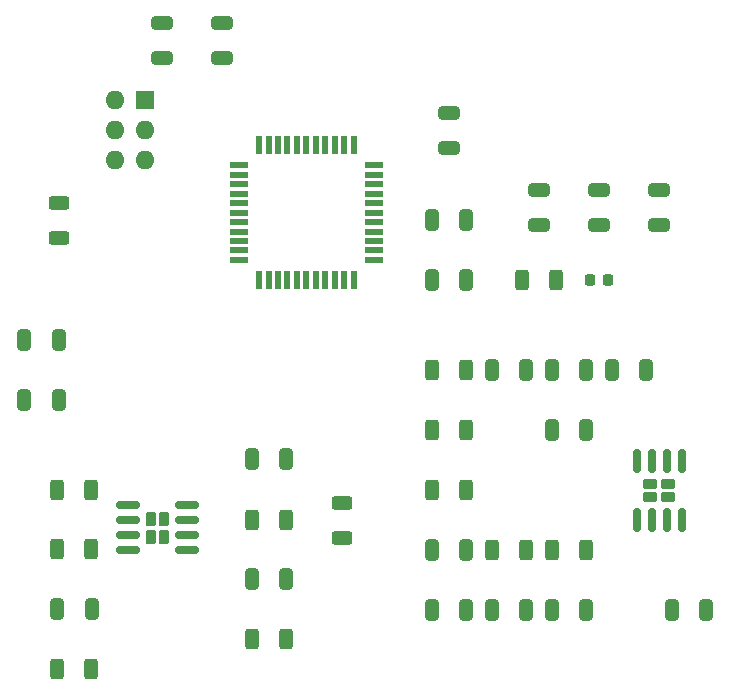
<source format=gbr>
%TF.GenerationSoftware,KiCad,Pcbnew,7.0.8*%
%TF.CreationDate,2023-11-14T18:00:56-08:00*%
%TF.ProjectId,guitar_pedal_4layer,67756974-6172-45f7-9065-64616c5f346c,rev?*%
%TF.SameCoordinates,Original*%
%TF.FileFunction,Paste,Top*%
%TF.FilePolarity,Positive*%
%FSLAX46Y46*%
G04 Gerber Fmt 4.6, Leading zero omitted, Abs format (unit mm)*
G04 Created by KiCad (PCBNEW 7.0.8) date 2023-11-14 18:00:56*
%MOMM*%
%LPD*%
G01*
G04 APERTURE LIST*
G04 Aperture macros list*
%AMRoundRect*
0 Rectangle with rounded corners*
0 $1 Rounding radius*
0 $2 $3 $4 $5 $6 $7 $8 $9 X,Y pos of 4 corners*
0 Add a 4 corners polygon primitive as box body*
4,1,4,$2,$3,$4,$5,$6,$7,$8,$9,$2,$3,0*
0 Add four circle primitives for the rounded corners*
1,1,$1+$1,$2,$3*
1,1,$1+$1,$4,$5*
1,1,$1+$1,$6,$7*
1,1,$1+$1,$8,$9*
0 Add four rect primitives between the rounded corners*
20,1,$1+$1,$2,$3,$4,$5,0*
20,1,$1+$1,$4,$5,$6,$7,0*
20,1,$1+$1,$6,$7,$8,$9,0*
20,1,$1+$1,$8,$9,$2,$3,0*%
G04 Aperture macros list end*
%ADD10RoundRect,0.250000X0.312500X0.625000X-0.312500X0.625000X-0.312500X-0.625000X0.312500X-0.625000X0*%
%ADD11RoundRect,0.250000X0.325000X0.650000X-0.325000X0.650000X-0.325000X-0.650000X0.325000X-0.650000X0*%
%ADD12RoundRect,0.250000X-0.325000X-0.650000X0.325000X-0.650000X0.325000X0.650000X-0.325000X0.650000X0*%
%ADD13RoundRect,0.250000X-0.650000X0.325000X-0.650000X-0.325000X0.650000X-0.325000X0.650000X0.325000X0*%
%ADD14RoundRect,0.250000X-0.625000X0.312500X-0.625000X-0.312500X0.625000X-0.312500X0.625000X0.312500X0*%
%ADD15RoundRect,0.250000X0.650000X-0.325000X0.650000X0.325000X-0.650000X0.325000X-0.650000X-0.325000X0*%
%ADD16RoundRect,0.250000X-0.312500X-0.625000X0.312500X-0.625000X0.312500X0.625000X-0.312500X0.625000X0*%
%ADD17RoundRect,0.218750X0.218750X0.256250X-0.218750X0.256250X-0.218750X-0.256250X0.218750X-0.256250X0*%
%ADD18O,1.600000X1.600000*%
%ADD19R,1.600000X1.600000*%
%ADD20RoundRect,0.250000X0.625000X-0.312500X0.625000X0.312500X-0.625000X0.312500X-0.625000X-0.312500X0*%
%ADD21RoundRect,0.230000X-0.230000X-0.375000X0.230000X-0.375000X0.230000X0.375000X-0.230000X0.375000X0*%
%ADD22RoundRect,0.150000X-0.825000X-0.150000X0.825000X-0.150000X0.825000X0.150000X-0.825000X0.150000X0*%
%ADD23RoundRect,0.230000X0.375000X-0.230000X0.375000X0.230000X-0.375000X0.230000X-0.375000X-0.230000X0*%
%ADD24RoundRect,0.150000X0.150000X-0.825000X0.150000X0.825000X-0.150000X0.825000X-0.150000X-0.825000X0*%
%ADD25R,1.500000X0.550000*%
%ADD26R,0.550000X1.500000*%
G04 APERTURE END LIST*
D10*
%TO.C,R5*%
X131015000Y-96405000D03*
X128090000Y-96405000D03*
%TD*%
D11*
%TO.C,C5*%
X128270000Y-83820000D03*
X125320000Y-83820000D03*
%TD*%
D12*
%TO.C,C7*%
X128077500Y-101485000D03*
X131027500Y-101485000D03*
%TD*%
D13*
%TO.C,C3*%
X173990000Y-66040000D03*
X173990000Y-68990000D03*
%TD*%
D14*
%TO.C,R11*%
X152195000Y-92517500D03*
X152195000Y-95442500D03*
%TD*%
D10*
%TO.C,R3*%
X147512500Y-93980000D03*
X144587500Y-93980000D03*
%TD*%
%TO.C,R8*%
X162752500Y-81280000D03*
X159827500Y-81280000D03*
%TD*%
D11*
%TO.C,C10*%
X162765000Y-96520000D03*
X159815000Y-96520000D03*
%TD*%
D13*
%TO.C,C1*%
X168910000Y-66040000D03*
X168910000Y-68990000D03*
%TD*%
D15*
%TO.C,C16*%
X142035000Y-54815000D03*
X142035000Y-51865000D03*
%TD*%
D10*
%TO.C,R7*%
X162752500Y-91440000D03*
X159827500Y-91440000D03*
%TD*%
D16*
%TO.C,R2*%
X144587500Y-104025000D03*
X147512500Y-104025000D03*
%TD*%
D17*
%TO.C,D1*%
X174777500Y-73660000D03*
X173202500Y-73660000D03*
%TD*%
D11*
%TO.C,C14*%
X167845000Y-81280000D03*
X164895000Y-81280000D03*
%TD*%
D18*
%TO.C,J3*%
X133030000Y-58420000D03*
D19*
X135570000Y-58420000D03*
D18*
X133030000Y-60960000D03*
X135570000Y-60960000D03*
X133030000Y-63500000D03*
X135570000Y-63500000D03*
%TD*%
D10*
%TO.C,R4*%
X131015000Y-106565000D03*
X128090000Y-106565000D03*
%TD*%
D20*
%TO.C,R12*%
X128270000Y-70042500D03*
X128270000Y-67117500D03*
%TD*%
D11*
%TO.C,C11*%
X172925000Y-101600000D03*
X169975000Y-101600000D03*
%TD*%
D15*
%TO.C,C15*%
X161290000Y-62435000D03*
X161290000Y-59485000D03*
%TD*%
D13*
%TO.C,C17*%
X136955000Y-51865000D03*
X136955000Y-54815000D03*
%TD*%
D11*
%TO.C,C13*%
X172925000Y-86360000D03*
X169975000Y-86360000D03*
%TD*%
D21*
%TO.C,U3*%
X136032500Y-93865000D03*
X136032500Y-95365000D03*
X137172500Y-93865000D03*
X137172500Y-95365000D03*
D22*
X134127500Y-92710000D03*
X134127500Y-93980000D03*
X134127500Y-95250000D03*
X134127500Y-96520000D03*
X139077500Y-96520000D03*
X139077500Y-95250000D03*
X139077500Y-93980000D03*
X139077500Y-92710000D03*
%TD*%
D11*
%TO.C,C12*%
X183085000Y-101600000D03*
X180135000Y-101600000D03*
%TD*%
%TO.C,C8*%
X147525000Y-98945000D03*
X144575000Y-98945000D03*
%TD*%
D12*
%TO.C,C2*%
X159815000Y-68580000D03*
X162765000Y-68580000D03*
%TD*%
D23*
%TO.C,U4*%
X178320000Y-92010000D03*
X179820000Y-92010000D03*
X178320000Y-90870000D03*
X179820000Y-90870000D03*
D24*
X177165000Y-93915000D03*
X178435000Y-93915000D03*
X179705000Y-93915000D03*
X180975000Y-93915000D03*
X180975000Y-88965000D03*
X179705000Y-88965000D03*
X178435000Y-88965000D03*
X177165000Y-88965000D03*
%TD*%
D11*
%TO.C,C22*%
X162765000Y-101600000D03*
X159815000Y-101600000D03*
%TD*%
D12*
%TO.C,C9*%
X144575000Y-88785000D03*
X147525000Y-88785000D03*
%TD*%
D16*
%TO.C,R6*%
X128090000Y-91440000D03*
X131015000Y-91440000D03*
%TD*%
D11*
%TO.C,C6*%
X128270000Y-78700000D03*
X125320000Y-78700000D03*
%TD*%
D10*
%TO.C,R10*%
X172912500Y-96520000D03*
X169987500Y-96520000D03*
%TD*%
D15*
%TO.C,C18*%
X179070000Y-68990000D03*
X179070000Y-66040000D03*
%TD*%
D11*
%TO.C,C20*%
X172925000Y-81280000D03*
X169975000Y-81280000D03*
%TD*%
%TO.C,C19*%
X167845000Y-101600000D03*
X164895000Y-101600000D03*
%TD*%
D10*
%TO.C,R9*%
X167832500Y-96520000D03*
X164907500Y-96520000D03*
%TD*%
D25*
%TO.C,U1*%
X143510000Y-63920000D03*
X143510000Y-64720000D03*
X143510000Y-65520000D03*
X143510000Y-66320000D03*
X143510000Y-67120000D03*
X143510000Y-67920000D03*
X143510000Y-68720000D03*
X143510000Y-69520000D03*
X143510000Y-70320000D03*
X143510000Y-71120000D03*
X143510000Y-71920000D03*
D26*
X145210000Y-73620000D03*
X146010000Y-73620000D03*
X146810000Y-73620000D03*
X147610000Y-73620000D03*
X148410000Y-73620000D03*
X149210000Y-73620000D03*
X150010000Y-73620000D03*
X150810000Y-73620000D03*
X151610000Y-73620000D03*
X152410000Y-73620000D03*
X153210000Y-73620000D03*
D25*
X154910000Y-71920000D03*
X154910000Y-71120000D03*
X154910000Y-70320000D03*
X154910000Y-69520000D03*
X154910000Y-68720000D03*
X154910000Y-67920000D03*
X154910000Y-67120000D03*
X154910000Y-66320000D03*
X154910000Y-65520000D03*
X154910000Y-64720000D03*
X154910000Y-63920000D03*
D26*
X153210000Y-62220000D03*
X152410000Y-62220000D03*
X151610000Y-62220000D03*
X150810000Y-62220000D03*
X150010000Y-62220000D03*
X149210000Y-62220000D03*
X148410000Y-62220000D03*
X147610000Y-62220000D03*
X146810000Y-62220000D03*
X146010000Y-62220000D03*
X145210000Y-62220000D03*
%TD*%
D16*
%TO.C,R1*%
X167447500Y-73660000D03*
X170372500Y-73660000D03*
%TD*%
D10*
%TO.C,R13*%
X162752500Y-86360000D03*
X159827500Y-86360000D03*
%TD*%
D11*
%TO.C,C21*%
X178005000Y-81280000D03*
X175055000Y-81280000D03*
%TD*%
D12*
%TO.C,C4*%
X159815000Y-73660000D03*
X162765000Y-73660000D03*
%TD*%
M02*

</source>
